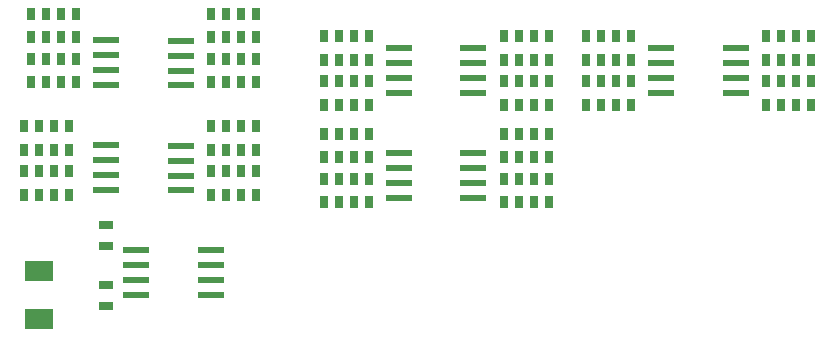
<source format=gtp>
G04 EAGLE Gerber X2 export*
%TF.Part,Single*%
%TF.FileFunction,Other,Top Paste*%
%TF.FilePolarity,Positive*%
%TF.GenerationSoftware,Autodesk,EAGLE,8.7.1*%
%TF.CreationDate,2018-03-29T01:53:19Z*%
G75*
%MOMM*%
%FSLAX34Y34*%
%LPD*%
%AMOC8*
5,1,8,0,0,1.08239X$1,22.5*%
G01*
%ADD10R,2.400000X1.800000*%
%ADD11R,2.200000X0.500000*%
%ADD12R,0.650000X1.000000*%
%ADD13R,1.200000X0.800000*%


D10*
X228600Y293300D03*
X228600Y252800D03*
D11*
X349040Y361950D03*
X349040Y374550D03*
X349040Y387250D03*
X349040Y399950D03*
X285960Y361950D03*
X285960Y374650D03*
X285960Y387350D03*
X285960Y400050D03*
D12*
X412750Y416400D03*
X400050Y416400D03*
X387350Y416400D03*
X374650Y416400D03*
X412750Y396400D03*
X400050Y396400D03*
X387350Y396400D03*
X374650Y396400D03*
X412750Y378300D03*
X400050Y378300D03*
X387350Y378300D03*
X374650Y378300D03*
X412750Y358300D03*
X400050Y358300D03*
X387350Y358300D03*
X374650Y358300D03*
X215900Y358300D03*
X228600Y358300D03*
X241300Y358300D03*
X254000Y358300D03*
X215900Y378300D03*
X228600Y378300D03*
X241300Y378300D03*
X254000Y378300D03*
X215900Y396400D03*
X228600Y396400D03*
X241300Y396400D03*
X254000Y396400D03*
X215900Y416400D03*
X228600Y416400D03*
X241300Y416400D03*
X254000Y416400D03*
D11*
X349040Y450850D03*
X349040Y463450D03*
X349040Y476150D03*
X349040Y488850D03*
X285960Y450850D03*
X285960Y463550D03*
X285960Y476250D03*
X285960Y488950D03*
D12*
X412750Y511650D03*
X400050Y511650D03*
X387350Y511650D03*
X374650Y511650D03*
X412750Y491650D03*
X400050Y491650D03*
X387350Y491650D03*
X374650Y491650D03*
X412750Y473550D03*
X400050Y473550D03*
X387350Y473550D03*
X374650Y473550D03*
X412750Y453550D03*
X400050Y453550D03*
X387350Y453550D03*
X374650Y453550D03*
X222250Y453550D03*
X234950Y453550D03*
X247650Y453550D03*
X260350Y453550D03*
X222250Y473550D03*
X234950Y473550D03*
X247650Y473550D03*
X260350Y473550D03*
X222250Y491650D03*
X234950Y491650D03*
X247650Y491650D03*
X260350Y491650D03*
X222250Y511650D03*
X234950Y511650D03*
X247650Y511650D03*
X260350Y511650D03*
D11*
X596690Y444500D03*
X596690Y457100D03*
X596690Y469800D03*
X596690Y482500D03*
X533610Y444500D03*
X533610Y457200D03*
X533610Y469900D03*
X533610Y482600D03*
D12*
X660400Y492600D03*
X647700Y492600D03*
X635000Y492600D03*
X622300Y492600D03*
X660400Y472600D03*
X647700Y472600D03*
X635000Y472600D03*
X622300Y472600D03*
X660400Y454500D03*
X647700Y454500D03*
X635000Y454500D03*
X622300Y454500D03*
X660400Y434500D03*
X647700Y434500D03*
X635000Y434500D03*
X622300Y434500D03*
X469900Y434500D03*
X482600Y434500D03*
X495300Y434500D03*
X508000Y434500D03*
X469900Y454500D03*
X482600Y454500D03*
X495300Y454500D03*
X508000Y454500D03*
X469900Y472600D03*
X482600Y472600D03*
X495300Y472600D03*
X508000Y472600D03*
X469900Y492600D03*
X482600Y492600D03*
X495300Y492600D03*
X508000Y492600D03*
D11*
X596690Y355600D03*
X596690Y368200D03*
X596690Y380900D03*
X596690Y393600D03*
X533610Y355600D03*
X533610Y368300D03*
X533610Y381000D03*
X533610Y393700D03*
D12*
X660400Y410050D03*
X647700Y410050D03*
X635000Y410050D03*
X622300Y410050D03*
X660400Y390050D03*
X647700Y390050D03*
X635000Y390050D03*
X622300Y390050D03*
X660400Y371950D03*
X647700Y371950D03*
X635000Y371950D03*
X622300Y371950D03*
X660400Y351950D03*
X647700Y351950D03*
X635000Y351950D03*
X622300Y351950D03*
X469900Y351950D03*
X482600Y351950D03*
X495300Y351950D03*
X508000Y351950D03*
X469900Y371950D03*
X482600Y371950D03*
X495300Y371950D03*
X508000Y371950D03*
X469900Y390050D03*
X482600Y390050D03*
X495300Y390050D03*
X508000Y390050D03*
X469900Y410050D03*
X482600Y410050D03*
X495300Y410050D03*
X508000Y410050D03*
D11*
X818940Y444500D03*
X818940Y457100D03*
X818940Y469800D03*
X818940Y482500D03*
X755860Y444500D03*
X755860Y457200D03*
X755860Y469900D03*
X755860Y482600D03*
D12*
X882650Y492600D03*
X869950Y492600D03*
X857250Y492600D03*
X844550Y492600D03*
X882650Y472600D03*
X869950Y472600D03*
X857250Y472600D03*
X844550Y472600D03*
X882650Y454500D03*
X869950Y454500D03*
X857250Y454500D03*
X844550Y454500D03*
X882650Y434500D03*
X869950Y434500D03*
X857250Y434500D03*
X844550Y434500D03*
X692150Y434500D03*
X704850Y434500D03*
X717550Y434500D03*
X730250Y434500D03*
X692150Y454500D03*
X704850Y454500D03*
X717550Y454500D03*
X730250Y454500D03*
X692150Y472600D03*
X704850Y472600D03*
X717550Y472600D03*
X730250Y472600D03*
X692150Y492600D03*
X704850Y492600D03*
X717550Y492600D03*
X730250Y492600D03*
D11*
X311360Y311150D03*
X311360Y298550D03*
X311360Y285850D03*
X311360Y273150D03*
X374440Y311150D03*
X374440Y298450D03*
X374440Y285750D03*
X374440Y273050D03*
D13*
X285750Y314850D03*
X285750Y332850D03*
X285750Y264050D03*
X285750Y282050D03*
M02*

</source>
